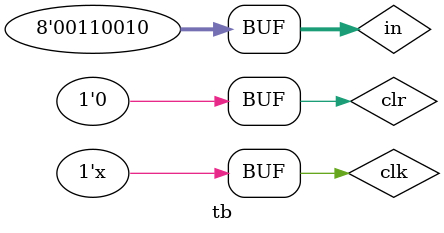
<source format=v>
`timescale 1ns / 1ps


module tb;

	// Inputs
	reg clk;
	reg clr;
	reg [7:0] in;

	// Outputs
	wire out;

	// Instantiate the Unit Under Test (UUT)
	string uut (
		.clk(clk), 
		.clr(clr), 
		.in(in), 
		.out(out)
	);

	initial begin
		// Initialize Inputs
		clk = 0;
		clr = 0;
		in = 0;

		// Wait 100 ns for global reset to finish
		in = "s";
		#10;
		in = "=";
		#10;
		in = "1";
		#10;
		in = "+";
		#10;
		in = "2";
		#10;
		in = "+";
		#10;
		in = "3";
		#10;
		in = "+";
		#10;
		in = "+";
		#10;
		clr = 1;
		#10;
		clr = 0;
		in = "1";
		#10;
		in = "+";
		#10;
		in = "2"; 
		// Add stimulus here

	end
     always #5 clk = ~clk;
endmodule


</source>
